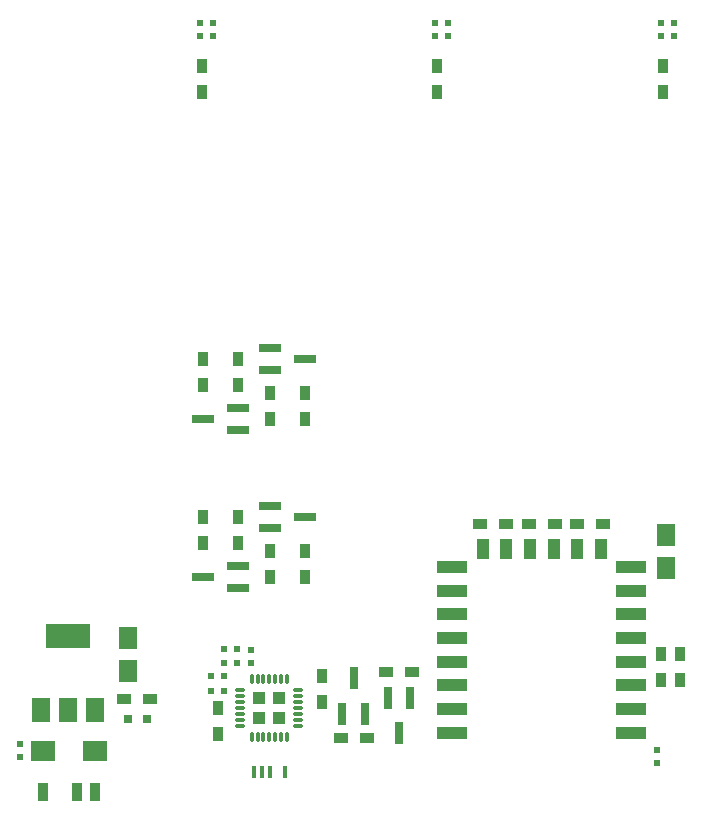
<source format=gtp>
G04 #@! TF.GenerationSoftware,KiCad,Pcbnew,5.0.0*
G04 #@! TF.CreationDate,2018-08-31T22:25:39+02:00*
G04 #@! TF.ProjectId,cube,637562652E6B696361645F7063620000,B*
G04 #@! TF.SameCoordinates,Original*
G04 #@! TF.FileFunction,Paste,Top*
G04 #@! TF.FilePolarity,Positive*
%FSLAX46Y46*%
G04 Gerber Fmt 4.6, Leading zero omitted, Abs format (unit mm)*
G04 Created by KiCad (PCBNEW 5.0.0) date Fri Aug 31 22:25:39 2018*
%MOMM*%
%LPD*%
G01*
G04 APERTURE LIST*
%ADD10R,0.400000X1.050000*%
%ADD11R,2.100580X1.800860*%
%ADD12R,0.900000X1.500000*%
%ADD13R,1.200000X0.900000*%
%ADD14R,0.500000X0.600000*%
%ADD15R,0.900000X1.200000*%
%ADD16R,1.500000X1.950000*%
%ADD17R,0.600000X0.500000*%
%ADD18R,0.800000X0.800000*%
%ADD19R,0.800000X1.900000*%
%ADD20R,2.500000X1.000000*%
%ADD21R,1.000000X1.800000*%
%ADD22R,1.005000X1.005000*%
%ADD23O,0.850000X0.300000*%
%ADD24O,0.300000X0.850000*%
%ADD25R,1.500000X2.000000*%
%ADD26R,3.800000X2.000000*%
%ADD27R,1.900000X0.800000*%
G04 APERTURE END LIST*
D10*
G04 #@! TO.C,J2*
X79375000Y-146875000D03*
X80025000Y-146875000D03*
X80675000Y-146875000D03*
X81975000Y-146875000D03*
G04 #@! TD*
D11*
G04 #@! TO.C,D1*
X65874640Y-145125000D03*
X61475360Y-145125000D03*
G04 #@! TD*
D12*
G04 #@! TO.C,SW1*
X61450000Y-148550000D03*
X64350000Y-148550000D03*
X65850000Y-148550000D03*
G04 #@! TD*
D13*
G04 #@! TO.C,R1*
X106700000Y-125900000D03*
X108900000Y-125900000D03*
G04 #@! TD*
G04 #@! TO.C,R2*
X98500000Y-125900000D03*
X100700000Y-125900000D03*
G04 #@! TD*
D14*
G04 #@! TO.C,C10*
X75900000Y-83500000D03*
X75900000Y-84600000D03*
G04 #@! TD*
D15*
G04 #@! TO.C,R5*
X113800000Y-139100000D03*
X113800000Y-136900000D03*
G04 #@! TD*
D14*
G04 #@! TO.C,C12*
X95800000Y-83500000D03*
X95800000Y-84600000D03*
G04 #@! TD*
D15*
G04 #@! TO.C,R11*
X94850000Y-89300000D03*
X94850000Y-87100000D03*
G04 #@! TD*
G04 #@! TO.C,R4*
X115400000Y-139100000D03*
X115400000Y-136900000D03*
G04 #@! TD*
D13*
G04 #@! TO.C,R3*
X102600000Y-125900000D03*
X104800000Y-125900000D03*
G04 #@! TD*
D14*
G04 #@! TO.C,C15*
X113775000Y-84600000D03*
X113775000Y-83500000D03*
G04 #@! TD*
G04 #@! TO.C,C1*
X113450000Y-145050000D03*
X113450000Y-146150000D03*
G04 #@! TD*
D16*
G04 #@! TO.C,C2*
X114200000Y-129575000D03*
X114200000Y-126825000D03*
G04 #@! TD*
D14*
G04 #@! TO.C,C3*
X59500000Y-144550000D03*
X59500000Y-145650000D03*
G04 #@! TD*
D16*
G04 #@! TO.C,C4*
X68675000Y-135550000D03*
X68675000Y-138300000D03*
G04 #@! TD*
D14*
G04 #@! TO.C,C5*
X79075000Y-137650000D03*
X79075000Y-136550000D03*
G04 #@! TD*
D17*
G04 #@! TO.C,C6*
X76825000Y-136500000D03*
X77925000Y-136500000D03*
G04 #@! TD*
G04 #@! TO.C,C7*
X77925000Y-137700000D03*
X76825000Y-137700000D03*
G04 #@! TD*
G04 #@! TO.C,C8*
X75725000Y-138800000D03*
X76825000Y-138800000D03*
G04 #@! TD*
G04 #@! TO.C,C9*
X76825000Y-140000000D03*
X75725000Y-140000000D03*
G04 #@! TD*
D14*
G04 #@! TO.C,C11*
X74750000Y-84600000D03*
X74750000Y-83500000D03*
G04 #@! TD*
G04 #@! TO.C,C13*
X94650000Y-84600000D03*
X94650000Y-83500000D03*
G04 #@! TD*
G04 #@! TO.C,C14*
X114900000Y-83500000D03*
X114900000Y-84600000D03*
G04 #@! TD*
D18*
G04 #@! TO.C,D2*
X68675000Y-142425000D03*
X70275000Y-142425000D03*
G04 #@! TD*
D19*
G04 #@! TO.C,Q1*
X87775000Y-138950000D03*
X88725000Y-141950000D03*
X86825000Y-141950000D03*
G04 #@! TD*
G04 #@! TO.C,Q2*
X92575000Y-140600000D03*
X90675000Y-140600000D03*
X91625000Y-143600000D03*
G04 #@! TD*
D13*
G04 #@! TO.C,R6*
X70575000Y-140725000D03*
X68375000Y-140725000D03*
G04 #@! TD*
D15*
G04 #@! TO.C,R7*
X85125000Y-138750000D03*
X85125000Y-140950000D03*
G04 #@! TD*
D13*
G04 #@! TO.C,R8*
X86675000Y-144050000D03*
X88875000Y-144050000D03*
G04 #@! TD*
G04 #@! TO.C,R9*
X92675000Y-138450000D03*
X90475000Y-138450000D03*
G04 #@! TD*
D15*
G04 #@! TO.C,R10*
X74950000Y-87100000D03*
X74950000Y-89300000D03*
G04 #@! TD*
G04 #@! TO.C,R12*
X83700000Y-114800000D03*
X83700000Y-117000000D03*
G04 #@! TD*
G04 #@! TO.C,R13*
X114000000Y-87100000D03*
X114000000Y-89300000D03*
G04 #@! TD*
G04 #@! TO.C,R14*
X80700000Y-114800000D03*
X80700000Y-117000000D03*
G04 #@! TD*
G04 #@! TO.C,R15*
X78000000Y-111900000D03*
X78000000Y-114100000D03*
G04 #@! TD*
G04 #@! TO.C,R16*
X75000000Y-111900000D03*
X75000000Y-114100000D03*
G04 #@! TD*
G04 #@! TO.C,R17*
X76275000Y-143700000D03*
X76275000Y-141500000D03*
G04 #@! TD*
D20*
G04 #@! TO.C,U1*
X96100000Y-143550000D03*
X96100000Y-141550000D03*
X96100000Y-139550000D03*
X96100000Y-137550000D03*
X96100000Y-135550000D03*
X96100000Y-133550000D03*
X96100000Y-131550000D03*
X96100000Y-129550000D03*
D21*
X98700000Y-128050000D03*
X100700000Y-128050000D03*
X102700000Y-128050000D03*
X104700000Y-128050000D03*
X106700000Y-128050000D03*
X108700000Y-128050000D03*
D20*
X111300000Y-129550000D03*
X111300000Y-131550000D03*
X111300000Y-133550000D03*
X111300000Y-135550000D03*
X111300000Y-137550000D03*
X111300000Y-139550000D03*
X111300000Y-141550000D03*
X111300000Y-143550000D03*
G04 #@! TD*
D22*
G04 #@! TO.C,U2*
X81475000Y-140625000D03*
X79800000Y-140625000D03*
X81475000Y-142300000D03*
X79800000Y-142300000D03*
D23*
X83087500Y-139962500D03*
X83087500Y-140462500D03*
X83087500Y-140962500D03*
X83087500Y-141462500D03*
X83087500Y-141962500D03*
X83087500Y-142462500D03*
X83087500Y-142962500D03*
D24*
X82137500Y-143912500D03*
X81637500Y-143912500D03*
X81137500Y-143912500D03*
X80637500Y-143912500D03*
X80137500Y-143912500D03*
X79637500Y-143912500D03*
X79137500Y-143912500D03*
D23*
X78187500Y-142962500D03*
X78187500Y-142462500D03*
X78187500Y-141962500D03*
X78187500Y-141462500D03*
X78187500Y-140962500D03*
X78187500Y-140462500D03*
X78187500Y-139962500D03*
D24*
X79137500Y-139012500D03*
X79637500Y-139012500D03*
X80137500Y-139012500D03*
X80637500Y-139012500D03*
X81137500Y-139012500D03*
X81637500Y-139012500D03*
X82137500Y-139012500D03*
G04 #@! TD*
D25*
G04 #@! TO.C,U7*
X61275000Y-141675000D03*
X65875000Y-141675000D03*
X63575000Y-141675000D03*
D26*
X63575000Y-135375000D03*
G04 #@! TD*
D27*
G04 #@! TO.C,Q7*
X83700000Y-111900000D03*
X80700000Y-112850000D03*
X80700000Y-110950000D03*
G04 #@! TD*
G04 #@! TO.C,Q8*
X78000000Y-117950000D03*
X78000000Y-116050000D03*
X75000000Y-117000000D03*
G04 #@! TD*
G04 #@! TO.C,Q9*
X83700000Y-125300000D03*
X80700000Y-126250000D03*
X80700000Y-124350000D03*
G04 #@! TD*
G04 #@! TO.C,Q10*
X78000000Y-131350000D03*
X78000000Y-129450000D03*
X75000000Y-130400000D03*
G04 #@! TD*
D15*
G04 #@! TO.C,R18*
X80700000Y-130400000D03*
X80700000Y-128200000D03*
G04 #@! TD*
G04 #@! TO.C,R19*
X83700000Y-128200000D03*
X83700000Y-130400000D03*
G04 #@! TD*
G04 #@! TO.C,R20*
X78000000Y-125300000D03*
X78000000Y-127500000D03*
G04 #@! TD*
G04 #@! TO.C,R21*
X75000000Y-127500000D03*
X75000000Y-125300000D03*
G04 #@! TD*
M02*

</source>
